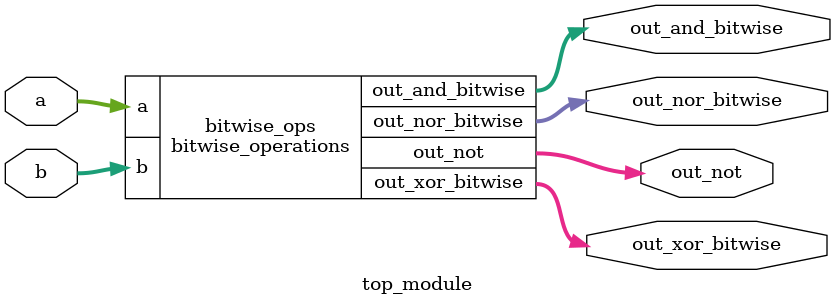
<source format=v>
module bitwise_operations(
    input [2:0] a,
    input [2:0] b,
    output [2:0] out_and_bitwise,
    output [2:0] out_xor_bitwise,
    output [2:0] out_nor_bitwise,
    output [5:0] out_not
);

    // Bitwise AND
    assign out_and_bitwise = a & b;

    // Bitwise XOR
    assign out_xor_bitwise = a ^ b;

    // Bitwise NOR
    assign out_nor_bitwise = ~(a | b);

    // NOT of both vectors
    assign out_not[5:3] = ~b;
    assign out_not[2:0] = ~a;

endmodule

module top_module( 
    input [2:0] a,
    input [2:0] b,
    output [2:0] out_and_bitwise,
    output [2:0] out_xor_bitwise,
    output [2:0] out_nor_bitwise,
    output [5:0] out_not
);

    bitwise_operations bitwise_ops(.a(a), .b(b), .out_and_bitwise(out_and_bitwise), .out_xor_bitwise(out_xor_bitwise), .out_nor_bitwise(out_nor_bitwise), .out_not(out_not));

endmodule
</source>
